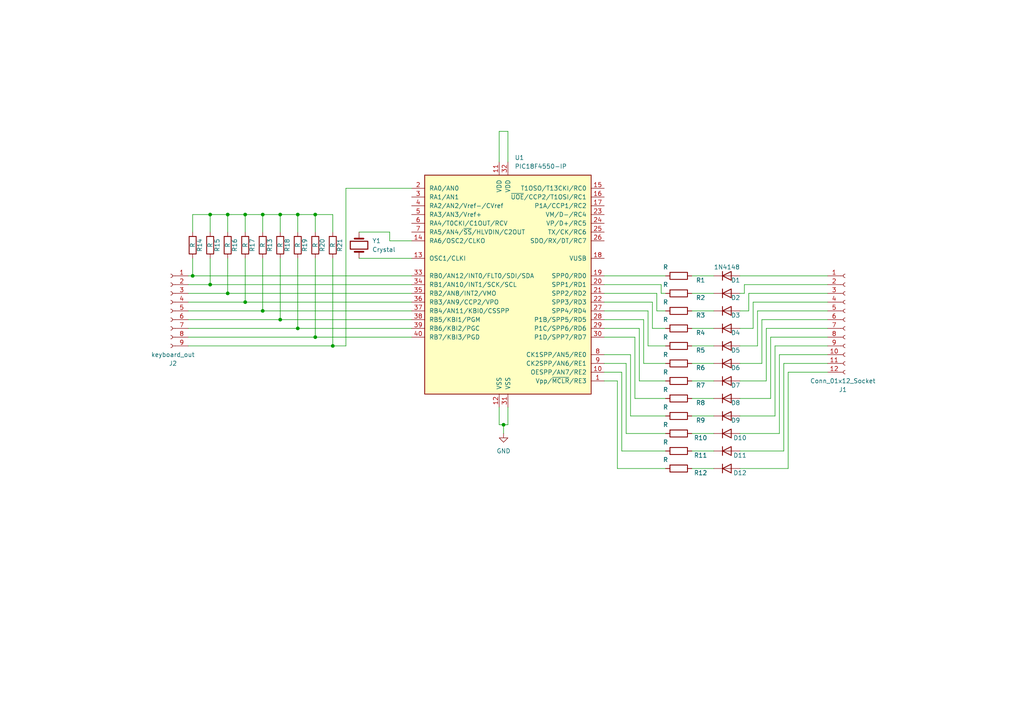
<source format=kicad_sch>
(kicad_sch (version 20230121) (generator eeschema)
  (paper "A4")
  (lib_symbols
    (symbol "Connector:Conn_01x09_Socket" (pin_names (offset 1.016) hide)
      (property "Reference" "J" (at 0 12.7 0))
      (property "Value" "Conn_01x09_Socket" (at 0 -12.7 0))
      (symbol "Conn_01x09_Socket_1_1"
        (arc (start 0 -9.652) (mid -0.5058 -10.16) (end 0 -10.668) (stroke (width 0.1524)))
        (arc (start 0 -7.112) (mid -0.5058 -7.62) (end 0 -8.128) (stroke (width 0.1524)))
        (arc (start 0 -4.572) (mid -0.5058 -5.08) (end 0 -5.588) (stroke (width 0.1524)))
        (arc (start 0 -2.032) (mid -0.5058 -2.54) (end 0 -3.048) (stroke (width 0.1524)))
        (polyline (pts (xy -1.27 -10.16) (xy -0.508 -10.16)) (stroke (width 0.1524)))
        (polyline (pts (xy -1.27 -7.62) (xy -0.508 -7.62)) (stroke (width 0.1524)))
        (polyline (pts (xy -1.27 -5.08) (xy -0.508 -5.08)) (stroke (width 0.1524)))
        (polyline (pts (xy -1.27 -2.54) (xy -0.508 -2.54)) (stroke (width 0.1524)))
        (polyline (pts (xy -1.27 0) (xy -0.508 0)) (stroke (width 0.1524)))
        (polyline (pts (xy -1.27 2.54) (xy -0.508 2.54)) (stroke (width 0.1524)))
        (polyline (pts (xy -1.27 5.08) (xy -0.508 5.08)) (stroke (width 0.1524)))
        (polyline (pts (xy -1.27 7.62) (xy -0.508 7.62)) (stroke (width 0.1524)))
        (polyline (pts (xy -1.27 10.16) (xy -0.508 10.16)) (stroke (width 0.1524)))
        (arc (start 0 0.508) (mid -0.5058 0) (end 0 -0.508) (stroke (width 0.1524)))
        (arc (start 0 3.048) (mid -0.5058 2.54) (end 0 2.032) (stroke (width 0.1524)))
        (arc (start 0 5.588) (mid -0.5058 5.08) (end 0 4.572) (stroke (width 0.1524)))
        (arc (start 0 8.128) (mid -0.5058 7.62) (end 0 7.112) (stroke (width 0.1524)))
        (arc (start 0 10.668) (mid -0.5058 10.16) (end 0 9.652) (stroke (width 0.1524)))
        (pin passive line (at -5.08 10.16 0) (length 3.81) (name "Pin_1") (number "1"))
        (pin passive line (at -5.08 7.62 0) (length 3.81) (name "Pin_2") (number "2"))
        (pin passive line (at -5.08 5.08 0) (length 3.81) (name "Pin_3") (number "3"))
        (pin passive line (at -5.08 2.54 0) (length 3.81) (name "Pin_4") (number "4"))
        (pin passive line (at -5.08 0 0) (length 3.81) (name "Pin_5") (number "5"))
        (pin passive line (at -5.08 -2.54 0) (length 3.81) (name "Pin_6") (number "6"))
        (pin passive line (at -5.08 -5.08 0) (length 3.81) (name "Pin_7") (number "7"))
        (pin passive line (at -5.08 -7.62 0) (length 3.81) (name "Pin_8") (number "8"))
        (pin passive line (at -5.08 -10.16 0) (length 3.81) (name "Pin_9") (number "9"))
      )
    )
    (symbol "Connector:Conn_01x12_Socket" (pin_names (offset 1.016) hide)
      (property "Reference" "J" (at 0 15.24 0))
      (property "Value" "Conn_01x12_Socket" (at 0 -17.78 0))
      (symbol "Conn_01x12_Socket_1_1"
        (arc (start 0 -14.732) (mid -0.5058 -15.24) (end 0 -15.748) (stroke (width 0.1524)))
        (arc (start 0 -12.192) (mid -0.5058 -12.7) (end 0 -13.208) (stroke (width 0.1524)))
        (arc (start 0 -9.652) (mid -0.5058 -10.16) (end 0 -10.668) (stroke (width 0.1524)))
        (arc (start 0 -7.112) (mid -0.5058 -7.62) (end 0 -8.128) (stroke (width 0.1524)))
        (arc (start 0 -4.572) (mid -0.5058 -5.08) (end 0 -5.588) (stroke (width 0.1524)))
        (arc (start 0 -2.032) (mid -0.5058 -2.54) (end 0 -3.048) (stroke (width 0.1524)))
        (polyline (pts (xy -1.27 -15.24) (xy -0.508 -15.24)) (stroke (width 0.1524)))
        (polyline (pts (xy -1.27 -12.7) (xy -0.508 -12.7)) (stroke (width 0.1524)))
        (polyline (pts (xy -1.27 -10.16) (xy -0.508 -10.16)) (stroke (width 0.1524)))
        (polyline (pts (xy -1.27 -7.62) (xy -0.508 -7.62)) (stroke (width 0.1524)))
        (polyline (pts (xy -1.27 -5.08) (xy -0.508 -5.08)) (stroke (width 0.1524)))
        (polyline (pts (xy -1.27 -2.54) (xy -0.508 -2.54)) (stroke (width 0.1524)))
        (polyline (pts (xy -1.27 0) (xy -0.508 0)) (stroke (width 0.1524)))
        (polyline (pts (xy -1.27 2.54) (xy -0.508 2.54)) (stroke (width 0.1524)))
        (polyline (pts (xy -1.27 5.08) (xy -0.508 5.08)) (stroke (width 0.1524)))
        (polyline (pts (xy -1.27 7.62) (xy -0.508 7.62)) (stroke (width 0.1524)))
        (polyline (pts (xy -1.27 10.16) (xy -0.508 10.16)) (stroke (width 0.1524)))
        (polyline (pts (xy -1.27 12.7) (xy -0.508 12.7)) (stroke (width 0.1524)))
        (arc (start 0 0.508) (mid -0.5058 0) (end 0 -0.508) (stroke (width 0.1524)))
        (arc (start 0 3.048) (mid -0.5058 2.54) (end 0 2.032) (stroke (width 0.1524)))
        (arc (start 0 5.588) (mid -0.5058 5.08) (end 0 4.572) (stroke (width 0.1524)))
        (arc (start 0 8.128) (mid -0.5058 7.62) (end 0 7.112) (stroke (width 0.1524)))
        (arc (start 0 10.668) (mid -0.5058 10.16) (end 0 9.652) (stroke (width 0.1524)))
        (arc (start 0 13.208) (mid -0.5058 12.7) (end 0 12.192) (stroke (width 0.1524)))
        (pin passive line (at -5.08 12.7 0) (length 3.81) (name "Pin_1") (number "1"))
        (pin passive line (at -5.08 -10.16 0) (length 3.81) (name "Pin_10") (number "10"))
        (pin passive line (at -5.08 -12.7 0) (length 3.81) (name "Pin_11") (number "11"))
        (pin passive line (at -5.08 -15.24 0) (length 3.81) (name "Pin_12") (number "12"))
        (pin passive line (at -5.08 10.16 0) (length 3.81) (name "Pin_2") (number "2"))
        (pin passive line (at -5.08 7.62 0) (length 3.81) (name "Pin_3") (number "3"))
        (pin passive line (at -5.08 5.08 0) (length 3.81) (name "Pin_4") (number "4"))
        (pin passive line (at -5.08 2.54 0) (length 3.81) (name "Pin_5") (number "5"))
        (pin passive line (at -5.08 0 0) (length 3.81) (name "Pin_6") (number "6"))
        (pin passive line (at -5.08 -2.54 0) (length 3.81) (name "Pin_7") (number "7"))
        (pin passive line (at -5.08 -5.08 0) (length 3.81) (name "Pin_8") (number "8"))
        (pin passive line (at -5.08 -7.62 0) (length 3.81) (name "Pin_9") (number "9"))
      )
    )
    (symbol "Device:Crystal" (pin_numbers hide) (pin_names (offset 1.016) hide)
      (property "Reference" "Y" (at 0 3.81 0))
      (property "Value" "Crystal" (at 0 -3.81 0))
      (symbol "Crystal_0_1"
        (rectangle (start -1.143 2.54) (end 1.143 -2.54) (stroke (width 0.3048)))
        (polyline (pts (xy -2.54 0) (xy -1.905 0)))
        (polyline (pts (xy -1.905 -1.27) (xy -1.905 1.27)) (stroke (width 0.508)))
        (polyline (pts (xy 1.905 -1.27) (xy 1.905 1.27)) (stroke (width 0.508)))
        (polyline (pts (xy 2.54 0) (xy 1.905 0)))
      )
      (symbol "Crystal_1_1"
        (pin passive line (at -3.81 0 0) (length 1.27) (name "1") (number "1"))
        (pin passive line (at 3.81 0 180) (length 1.27) (name "2") (number "2"))
      )
    )
    (symbol "Device:R" (pin_numbers hide) (pin_names (offset 0))
      (property "Reference" "R" (at 2.032 0 90))
      (property "Value" "R" (at 0 0 90))
      (symbol "R_0_1"
        (rectangle (start -1.016 -2.54) (end 1.016 2.54) (stroke (width 0.254)))
      )
      (symbol "R_1_1"
        (pin passive line (at 0 3.81 270) (length 1.27) (name "~") (number "1"))
        (pin passive line (at 0 -3.81 90) (length 1.27) (name "~") (number "2"))
      )
    )
    (symbol "Diode:1N4148" (pin_numbers hide) (pin_names hide)
      (property "Reference" "D" (at 0 2.54 0))
      (property "Value" "1N4148" (at 0 -2.54 0))
      (symbol "1N4148_0_1"
        (polyline (pts (xy -1.27 1.27) (xy -1.27 -1.27)) (stroke (width 0.254)))
        (polyline (pts (xy 1.27 0) (xy -1.27 0)))
        (polyline (pts (xy 1.27 1.27) (xy 1.27 -1.27) (xy -1.27 0) (xy 1.27 1.27)) (stroke (width 0.254)))
      )
      (symbol "1N4148_1_1"
        (pin passive line (at -3.81 0 0) (length 2.54) (name "K") (number "1"))
        (pin passive line (at 3.81 0 180) (length 2.54) (name "A") (number "2"))
      )
    )
    (symbol "MCU_Microchip_PIC18:PIC18F4550-IP" (pin_names (offset 1.27))
      (property "Reference" "U" (at -22.86 33.02 0))
      (property "Value" "PIC18F4550-IP" (at 13.97 -33.02 0))
      (symbol "PIC18F4550-IP_0_1"
        (rectangle (start -24.13 31.75) (end 24.13 -31.75) (stroke (width 0.254)) (fill (type background)))
      )
      (symbol "PIC18F4550-IP_1_1"
        (pin input line (at 27.94 -27.94 180) (length 3.81) (name "Vpp/~{MCLR}/RE3") (number "1"))
        (pin bidirectional line (at 27.94 -25.4 180) (length 3.81) (name "OESPP/AN7/RE2") (number "10"))
        (pin power_in line (at -2.54 35.56 270) (length 3.81) (name "VDD") (number "11"))
        (pin power_in line (at -2.54 -35.56 90) (length 3.81) (name "VSS") (number "12"))
        (pin input line (at -27.94 7.62 0) (length 3.81) (name "OSC1/CLKI") (number "13"))
        (pin output line (at -27.94 12.7 0) (length 3.81) (name "RA6/OSC2/CLKO") (number "14"))
        (pin bidirectional line (at 27.94 27.94 180) (length 3.81) (name "T1OSO/T13CKI/RC0") (number "15"))
        (pin bidirectional line (at 27.94 25.4 180) (length 3.81) (name "~{UOE}/CCP2/T1OSI/RC1") (number "16"))
        (pin bidirectional line (at 27.94 22.86 180) (length 3.81) (name "P1A/CCP1/RC2") (number "17"))
        (pin bidirectional line (at 27.94 7.62 180) (length 3.81) (name "VUSB") (number "18"))
        (pin bidirectional line (at 27.94 2.54 180) (length 3.81) (name "SPP0/RD0") (number "19"))
        (pin bidirectional line (at -27.94 27.94 0) (length 3.81) (name "RA0/AN0") (number "2"))
        (pin bidirectional line (at 27.94 0 180) (length 3.81) (name "SPP1/RD1") (number "20"))
        (pin bidirectional line (at 27.94 -2.54 180) (length 3.81) (name "SPP2/RD2") (number "21"))
        (pin bidirectional line (at 27.94 -5.08 180) (length 3.81) (name "SPP3/RD3") (number "22"))
        (pin bidirectional line (at 27.94 20.32 180) (length 3.81) (name "VM/D-/RC4") (number "23"))
        (pin bidirectional line (at 27.94 17.78 180) (length 3.81) (name "VP/D+/RC5") (number "24"))
        (pin bidirectional line (at 27.94 15.24 180) (length 3.81) (name "TX/CK/RC6") (number "25"))
        (pin bidirectional line (at 27.94 12.7 180) (length 3.81) (name "SDO/RX/DT/RC7") (number "26"))
        (pin bidirectional line (at 27.94 -7.62 180) (length 3.81) (name "SPP4/RD4") (number "27"))
        (pin bidirectional line (at 27.94 -10.16 180) (length 3.81) (name "P1B/SPP5/RD5") (number "28"))
        (pin bidirectional line (at 27.94 -12.7 180) (length 3.81) (name "P1C/SPP6/RD6") (number "29"))
        (pin bidirectional line (at -27.94 25.4 0) (length 3.81) (name "RA1/AN1") (number "3"))
        (pin bidirectional line (at 27.94 -15.24 180) (length 3.81) (name "P1D/SPP7/RD7") (number "30"))
        (pin power_in line (at 0 -35.56 90) (length 3.81) (name "VSS") (number "31"))
        (pin power_in line (at 0 35.56 270) (length 3.81) (name "VDD") (number "32"))
        (pin bidirectional line (at -27.94 2.54 0) (length 3.81) (name "RB0/AN12/INT0/FLT0/SDI/SDA") (number "33"))
        (pin bidirectional line (at -27.94 0 0) (length 3.81) (name "RB1/AN10/INT1/SCK/SCL") (number "34"))
        (pin bidirectional line (at -27.94 -2.54 0) (length 3.81) (name "RB2/AN8/INT2/VMO") (number "35"))
        (pin bidirectional line (at -27.94 -5.08 0) (length 3.81) (name "RB3/AN9/CCP2/VPO") (number "36"))
        (pin bidirectional line (at -27.94 -7.62 0) (length 3.81) (name "RB4/AN11/KBI0/CSSPP") (number "37"))
        (pin bidirectional line (at -27.94 -10.16 0) (length 3.81) (name "RB5/KBI1/PGM") (number "38"))
        (pin bidirectional line (at -27.94 -12.7 0) (length 3.81) (name "RB6/KBI2/PGC") (number "39"))
        (pin bidirectional line (at -27.94 22.86 0) (length 3.81) (name "RA2/AN2/Vref-/CVref") (number "4"))
        (pin bidirectional line (at -27.94 -15.24 0) (length 3.81) (name "RB7/KBI3/PGD") (number "40"))
        (pin bidirectional line (at -27.94 20.32 0) (length 3.81) (name "RA3/AN3/Vref+") (number "5"))
        (pin bidirectional line (at -27.94 17.78 0) (length 3.81) (name "RA4/T0CKI/C1OUT/RCV") (number "6"))
        (pin bidirectional line (at -27.94 15.24 0) (length 3.81) (name "RA5/AN4/~{SS}/HLVDIN/C2OUT") (number "7"))
        (pin bidirectional line (at 27.94 -20.32 180) (length 3.81) (name "CK1SPP/AN5/RE0") (number "8"))
        (pin bidirectional line (at 27.94 -22.86 180) (length 3.81) (name "CK2SPP/AN6/RE1") (number "9"))
      )
    )
    (symbol "power:GND" (power) (pin_names (offset 0))
      (property "Value" "GND" (at 0 -3.81 0))
      (symbol "GND_0_1"
        (polyline (pts (xy 0 0) (xy 0 -1.27) (xy 1.27 -1.27) (xy 0 -2.54) (xy -1.27 -1.27) (xy 0 -1.27)))
      )
      (symbol "GND_1_1"
        (pin power_in line (at 0 0 270) (length 0) hide (name "GND") (number "1"))
      )
    )
  )
  (junction (at 60.96 62.23))
  (junction (at 91.44 62.23))
  (junction (at 86.36 95.25))
  (junction (at 81.28 62.23))
  (junction (at 60.96 82.55))
  (junction (at 86.36 62.23))
  (junction (at 66.04 85.09))
  (junction (at 55.88 80.01))
  (junction (at 146.05 123.19))
  (junction (at 66.04 62.23))
  (junction (at 96.52 100.33))
  (junction (at 76.2 90.17))
  (junction (at 71.12 87.63))
  (junction (at 76.2 62.23))
  (junction (at 81.28 92.71))
  (junction (at 71.12 62.23))
  (junction (at 91.44 97.79))
  (wire (pts (xy 215.9 85.09) (xy 214.63 85.09)))
  (wire (pts (xy 207.01 115.57) (xy 200.66 115.57)))
  (wire (pts (xy 55.88 80.01) (xy 119.38 80.01)))
  (wire (pts (xy 104.14 74.93) (xy 119.38 74.93)))
  (wire (pts (xy 193.04 100.33) (xy 187.96 100.33)))
  (wire (pts (xy 175.26 80.01) (xy 193.04 80.01)))
  (wire (pts (xy 214.63 95.25) (xy 218.44 95.25)))
  (wire (pts (xy 240.03 90.17) (xy 219.71 90.17)))
  (wire (pts (xy 240.03 102.87) (xy 226.06 102.87)))
  (wire (pts (xy 219.71 90.17) (xy 219.71 100.33)))
  (wire (pts (xy 224.79 120.65) (xy 224.79 100.33)))
  (wire (pts (xy 55.88 74.93) (xy 55.88 80.01)))
  (wire (pts (xy 144.78 38.1) (xy 147.32 38.1)))
  (wire (pts (xy 207.01 125.73) (xy 200.66 125.73)))
  (wire (pts (xy 240.03 80.01) (xy 214.63 80.01)))
  (wire (pts (xy 193.04 85.09) (xy 191.77 85.09)))
  (wire (pts (xy 207.01 130.81) (xy 200.66 130.81)))
  (wire (pts (xy 193.04 105.41) (xy 186.69 105.41)))
  (wire (pts (xy 71.12 62.23) (xy 76.2 62.23)))
  (wire (pts (xy 55.88 62.23) (xy 60.96 62.23)))
  (wire (pts (xy 214.63 115.57) (xy 223.52 115.57)))
  (wire (pts (xy 193.04 135.89) (xy 179.07 135.89)))
  (wire (pts (xy 175.26 85.09) (xy 190.5 85.09)))
  (wire (pts (xy 222.25 110.49) (xy 222.25 95.25)))
  (wire (pts (xy 147.32 123.19) (xy 147.32 118.11)))
  (wire (pts (xy 226.06 125.73) (xy 226.06 102.87)))
  (wire (pts (xy 228.6 107.95) (xy 228.6 135.89)))
  (wire (pts (xy 96.52 100.33) (xy 100.33 100.33)))
  (wire (pts (xy 86.36 95.25) (xy 119.38 95.25)))
  (wire (pts (xy 207.01 100.33) (xy 200.66 100.33)))
  (wire (pts (xy 185.42 110.49) (xy 185.42 95.25)))
  (wire (pts (xy 193.04 90.17) (xy 190.5 90.17)))
  (wire (pts (xy 240.03 82.55) (xy 215.9 82.55)))
  (wire (pts (xy 113.03 67.31) (xy 113.03 69.85)))
  (wire (pts (xy 175.26 92.71) (xy 186.69 92.71)))
  (wire (pts (xy 219.71 100.33) (xy 214.63 100.33)))
  (wire (pts (xy 207.01 95.25) (xy 200.66 95.25)))
  (wire (pts (xy 54.61 80.01) (xy 55.88 80.01)))
  (wire (pts (xy 182.88 120.65) (xy 182.88 102.87)))
  (wire (pts (xy 144.78 118.11) (xy 144.78 123.19)))
  (wire (pts (xy 54.61 87.63) (xy 71.12 87.63)))
  (wire (pts (xy 71.12 87.63) (xy 119.38 87.63)))
  (wire (pts (xy 227.33 130.81) (xy 214.63 130.81)))
  (wire (pts (xy 240.03 87.63) (xy 218.44 87.63)))
  (wire (pts (xy 207.01 110.49) (xy 200.66 110.49)))
  (wire (pts (xy 191.77 85.09) (xy 191.77 82.55)))
  (wire (pts (xy 147.32 38.1) (xy 147.32 46.99)))
  (wire (pts (xy 240.03 107.95) (xy 228.6 107.95)))
  (wire (pts (xy 54.61 97.79) (xy 91.44 97.79)))
  (wire (pts (xy 214.63 125.73) (xy 226.06 125.73)))
  (wire (pts (xy 91.44 97.79) (xy 119.38 97.79)))
  (wire (pts (xy 81.28 62.23) (xy 86.36 62.23)))
  (wire (pts (xy 54.61 100.33) (xy 96.52 100.33)))
  (wire (pts (xy 55.88 67.31) (xy 55.88 62.23)))
  (wire (pts (xy 186.69 105.41) (xy 186.69 92.71)))
  (wire (pts (xy 81.28 92.71) (xy 119.38 92.71)))
  (wire (pts (xy 215.9 82.55) (xy 215.9 85.09)))
  (wire (pts (xy 214.63 105.41) (xy 220.98 105.41)))
  (wire (pts (xy 54.61 90.17) (xy 76.2 90.17)))
  (wire (pts (xy 179.07 135.89) (xy 179.07 110.49)))
  (wire (pts (xy 217.17 90.17) (xy 214.63 90.17)))
  (wire (pts (xy 60.96 82.55) (xy 60.96 74.93)))
  (wire (pts (xy 240.03 97.79) (xy 223.52 97.79)))
  (wire (pts (xy 193.04 120.65) (xy 182.88 120.65)))
  (wire (pts (xy 207.01 80.01) (xy 200.66 80.01)))
  (wire (pts (xy 223.52 115.57) (xy 223.52 97.79)))
  (wire (pts (xy 187.96 100.33) (xy 187.96 90.17)))
  (wire (pts (xy 91.44 74.93) (xy 91.44 97.79)))
  (wire (pts (xy 66.04 85.09) (xy 119.38 85.09)))
  (wire (pts (xy 76.2 62.23) (xy 76.2 67.31)))
  (wire (pts (xy 96.52 74.93) (xy 96.52 100.33)))
  (wire (pts (xy 181.61 125.73) (xy 181.61 105.41)))
  (wire (pts (xy 146.05 123.19) (xy 147.32 123.19)))
  (wire (pts (xy 54.61 95.25) (xy 86.36 95.25)))
  (wire (pts (xy 193.04 110.49) (xy 185.42 110.49)))
  (wire (pts (xy 214.63 120.65) (xy 224.79 120.65)))
  (wire (pts (xy 144.78 46.99) (xy 144.78 38.1)))
  (wire (pts (xy 81.28 92.71) (xy 81.28 74.93)))
  (wire (pts (xy 240.03 85.09) (xy 217.17 85.09)))
  (wire (pts (xy 180.34 130.81) (xy 180.34 107.95)))
  (wire (pts (xy 76.2 90.17) (xy 119.38 90.17)))
  (wire (pts (xy 60.96 82.55) (xy 119.38 82.55)))
  (wire (pts (xy 81.28 62.23) (xy 81.28 67.31)))
  (wire (pts (xy 184.15 115.57) (xy 184.15 97.79)))
  (wire (pts (xy 144.78 123.19) (xy 146.05 123.19)))
  (wire (pts (xy 54.61 85.09) (xy 66.04 85.09)))
  (wire (pts (xy 175.26 87.63) (xy 189.23 87.63)))
  (wire (pts (xy 175.26 95.25) (xy 185.42 95.25)))
  (wire (pts (xy 175.26 82.55) (xy 191.77 82.55)))
  (wire (pts (xy 86.36 74.93) (xy 86.36 95.25)))
  (wire (pts (xy 76.2 62.23) (xy 81.28 62.23)))
  (wire (pts (xy 60.96 62.23) (xy 66.04 62.23)))
  (wire (pts (xy 193.04 95.25) (xy 189.23 95.25)))
  (wire (pts (xy 207.01 120.65) (xy 200.66 120.65)))
  (wire (pts (xy 222.25 110.49) (xy 214.63 110.49)))
  (wire (pts (xy 217.17 85.09) (xy 217.17 90.17)))
  (wire (pts (xy 240.03 92.71) (xy 220.98 92.71)))
  (wire (pts (xy 100.33 54.61) (xy 100.33 100.33)))
  (wire (pts (xy 175.26 110.49) (xy 179.07 110.49)))
  (wire (pts (xy 71.12 87.63) (xy 71.12 74.93)))
  (wire (pts (xy 207.01 85.09) (xy 200.66 85.09)))
  (wire (pts (xy 113.03 69.85) (xy 119.38 69.85)))
  (wire (pts (xy 175.26 97.79) (xy 184.15 97.79)))
  (wire (pts (xy 228.6 135.89) (xy 214.63 135.89)))
  (wire (pts (xy 189.23 95.25) (xy 189.23 87.63)))
  (wire (pts (xy 220.98 105.41) (xy 220.98 92.71)))
  (wire (pts (xy 60.96 62.23) (xy 60.96 67.31)))
  (wire (pts (xy 175.26 105.41) (xy 181.61 105.41)))
  (wire (pts (xy 119.38 54.61) (xy 100.33 54.61)))
  (wire (pts (xy 175.26 107.95) (xy 180.34 107.95)))
  (wire (pts (xy 66.04 62.23) (xy 66.04 67.31)))
  (wire (pts (xy 193.04 125.73) (xy 181.61 125.73)))
  (wire (pts (xy 54.61 82.55) (xy 60.96 82.55)))
  (wire (pts (xy 175.26 90.17) (xy 187.96 90.17)))
  (wire (pts (xy 227.33 105.41) (xy 227.33 130.81)))
  (wire (pts (xy 91.44 62.23) (xy 96.52 62.23)))
  (wire (pts (xy 190.5 90.17) (xy 190.5 85.09)))
  (wire (pts (xy 71.12 62.23) (xy 71.12 67.31)))
  (wire (pts (xy 91.44 62.23) (xy 91.44 67.31)))
  (wire (pts (xy 66.04 62.23) (xy 71.12 62.23)))
  (wire (pts (xy 175.26 102.87) (xy 182.88 102.87)))
  (wire (pts (xy 146.05 123.19) (xy 146.05 125.73)))
  (wire (pts (xy 218.44 95.25) (xy 218.44 87.63)))
  (wire (pts (xy 86.36 62.23) (xy 91.44 62.23)))
  (wire (pts (xy 207.01 135.89) (xy 200.66 135.89)))
  (wire (pts (xy 207.01 105.41) (xy 200.66 105.41)))
  (wire (pts (xy 96.52 62.23) (xy 96.52 67.31)))
  (wire (pts (xy 76.2 90.17) (xy 76.2 74.93)))
  (wire (pts (xy 54.61 92.71) (xy 81.28 92.71)))
  (wire (pts (xy 240.03 100.33) (xy 224.79 100.33)))
  (wire (pts (xy 104.14 67.31) (xy 113.03 67.31)))
  (wire (pts (xy 193.04 130.81) (xy 180.34 130.81)))
  (wire (pts (xy 193.04 115.57) (xy 184.15 115.57)))
  (wire (pts (xy 66.04 74.93) (xy 66.04 85.09)))
  (wire (pts (xy 86.36 62.23) (xy 86.36 67.31)))
  (wire (pts (xy 240.03 95.25) (xy 222.25 95.25)))
  (wire (pts (xy 207.01 90.17) (xy 200.66 90.17)))
  (wire (pts (xy 240.03 105.41) (xy 227.33 105.41)))
  (symbol (lib_id "Device:R") (at 196.85 80.01 270) (mirror x) (unit 1)
    (property "Reference" "R1" (at 203.2 81.28 90))
    (property "Value" "R" (at 193.04 77.47 90))
  )
  (symbol (lib_id "Device:R") (at 91.44 71.12 0) (unit 1)
    (property "Reference" "R20" (at 93.472 71.12 90))
    (property "Value" "R" (at 91.44 71.12 90))
  )
  (symbol (lib_id "Device:R") (at 60.96 71.12 0) (unit 1)
    (property "Reference" "R15" (at 62.992 71.12 90))
    (property "Value" "R" (at 60.96 71.12 90))
  )
  (symbol (lib_id "Diode:1N4148") (at 210.82 115.57 0) (mirror x) (unit 1)
    (property "Reference" "D8" (at 213.36 116.84 0))
    (property "Value" "1N4148" (effects hide))
    (property "Footprint" "Diode_THT:D_DO-35_SOD27_P7.62mm_Horizontal" (effects hide))
    (property "Datasheet" "https://assets.nexperia.com/documents/data-sheet/1N4148_1N4448.pdf" (effects hide))
    (property "Sim.Device" "D" (effects hide))
    (property "Sim.Pins" "1=K 2=A" (effects hide))
  )
  (symbol (lib_id "Device:R") (at 196.85 95.25 270) (mirror x) (unit 1)
    (property "Reference" "R4" (at 203.2 96.52 90))
    (property "Value" "R" (at 193.04 92.71 90))
  )
  (symbol (lib_id "Device:R") (at 76.2 71.12 0) (unit 1)
    (property "Reference" "R13" (at 78.232 71.12 90))
    (property "Value" "R" (at 76.2 71.12 90))
  )
  (symbol (lib_id "power:GND") (at 146.05 125.73 0) (unit 1)
    (property "Reference" "#PWR01" (effects hide))
    (property "Value" "GND" (at 146.05 130.81 0))
  )
  (symbol (lib_id "Diode:1N4148") (at 210.82 85.09 0) (mirror x) (unit 1)
    (property "Reference" "D2" (at 213.36 86.36 0))
    (property "Value" "1N4148" (effects hide))
    (property "Footprint" "Diode_THT:D_DO-35_SOD27_P7.62mm_Horizontal" (effects hide))
    (property "Datasheet" "https://assets.nexperia.com/documents/data-sheet/1N4148_1N4448.pdf" (effects hide))
    (property "Sim.Device" "D" (effects hide))
    (property "Sim.Pins" "1=K 2=A" (effects hide))
  )
  (symbol (lib_id "Device:R") (at 71.12 71.12 0) (unit 1)
    (property "Reference" "R17" (at 73.152 71.12 90))
    (property "Value" "R" (at 71.12 71.12 90))
  )
  (symbol (lib_id "Connector:Conn_01x09_Socket") (at 49.53 90.17 0) (mirror y) (unit 1)
    (property "Reference" "J2" (at 50.165 105.41 0))
    (property "Value" "keyboard_out" (at 50.165 102.87 0))
  )
  (symbol (lib_id "Device:R") (at 196.85 135.89 270) (mirror x) (unit 1)
    (property "Reference" "R12" (at 203.2 137.16 90))
    (property "Value" "R" (at 193.04 133.35 90))
  )
  (symbol (lib_id "Device:R") (at 96.52 71.12 0) (unit 1)
    (property "Reference" "R21" (at 98.552 71.12 90))
    (property "Value" "R" (at 96.52 71.12 90))
  )
  (symbol (lib_id "MCU_Microchip_PIC18:PIC18F4550-IP") (at 147.32 82.55 0) (unit 1)
    (property "Reference" "U1" (at 149.2759 45.72 0) (effects (justify left)))
    (property "Value" "PIC18F4550-IP" (at 149.2759 48.26 0) (effects (justify left)))
    (property "Footprint" "Package_DIP:DIP-40_W15.24mm" (effects hide))
    (property "Datasheet" "http://ww1.microchip.com/downloads/en/DeviceDoc/39760d.pdf" (effects hide))
  )
  (symbol (lib_id "Diode:1N4148") (at 210.82 95.25 0) (mirror x) (unit 1)
    (property "Reference" "D4" (at 213.36 96.52 0))
    (property "Value" "1N4148" (effects hide))
    (property "Footprint" "Diode_THT:D_DO-35_SOD27_P7.62mm_Horizontal" (effects hide))
    (property "Datasheet" "https://assets.nexperia.com/documents/data-sheet/1N4148_1N4448.pdf" (effects hide))
    (property "Sim.Device" "D" (effects hide))
    (property "Sim.Pins" "1=K 2=A" (effects hide))
  )
  (symbol (lib_id "Device:R") (at 196.85 100.33 270) (mirror x) (unit 1)
    (property "Reference" "R5" (at 203.2 101.6 90))
    (property "Value" "R" (at 193.04 97.79 90))
  )
  (symbol (lib_id "Device:Crystal") (at 104.14 71.12 90) (unit 1)
    (property "Reference" "Y1" (at 107.95 69.85 90) (effects (justify right)))
    (property "Value" "Crystal" (at 107.95 72.39 90) (effects (justify right)))
  )
  (symbol (lib_id "Diode:1N4148") (at 210.82 110.49 0) (mirror x) (unit 1)
    (property "Reference" "D7" (at 213.36 111.76 0))
    (property "Value" "1N4148" (effects hide))
    (property "Footprint" "Diode_THT:D_DO-35_SOD27_P7.62mm_Horizontal" (effects hide))
    (property "Datasheet" "https://assets.nexperia.com/documents/data-sheet/1N4148_1N4448.pdf" (effects hide))
    (property "Sim.Device" "D" (effects hide))
    (property "Sim.Pins" "1=K 2=A" (effects hide))
  )
  (symbol (lib_id "Diode:1N4148") (at 210.82 135.89 0) (mirror x) (unit 1)
    (property "Reference" "D12" (at 214.63 137.16 0))
    (property "Value" "1N4148" (effects hide))
    (property "Footprint" "Diode_THT:D_DO-35_SOD27_P7.62mm_Horizontal" (effects hide))
    (property "Datasheet" "https://assets.nexperia.com/documents/data-sheet/1N4148_1N4448.pdf" (effects hide))
    (property "Sim.Device" "D" (effects hide))
    (property "Sim.Pins" "1=K 2=A" (effects hide))
  )
  (symbol (lib_id "Device:R") (at 55.88 71.12 0) (unit 1)
    (property "Reference" "R14" (at 57.912 71.12 90))
    (property "Value" "R" (at 55.88 71.12 90))
  )
  (symbol (lib_id "Diode:1N4148") (at 210.82 80.01 0) (mirror x) (unit 1)
    (property "Reference" "D1" (at 213.36 81.28 0))
    (property "Value" "1N4148" (at 210.82 77.47 0))
    (property "Footprint" "Diode_THT:D_DO-35_SOD27_P7.62mm_Horizontal" (effects hide))
    (property "Datasheet" "https://assets.nexperia.com/documents/data-sheet/1N4148_1N4448.pdf" (effects hide))
    (property "Sim.Device" "D" (effects hide))
    (property "Sim.Pins" "1=K 2=A" (effects hide))
  )
  (symbol (lib_id "Device:R") (at 196.85 105.41 270) (mirror x) (unit 1)
    (property "Reference" "R6" (at 203.2 106.68 90))
    (property "Value" "R" (at 193.04 102.87 90))
  )
  (symbol (lib_id "Device:R") (at 66.04 71.12 0) (unit 1)
    (property "Reference" "R16" (at 68.072 71.12 90))
    (property "Value" "R" (at 66.04 71.12 90))
  )
  (symbol (lib_id "Device:R") (at 196.85 125.73 270) (mirror x) (unit 1)
    (property "Reference" "R10" (at 203.2 127 90))
    (property "Value" "R" (at 193.04 123.19 90))
  )
  (symbol (lib_id "Diode:1N4148") (at 210.82 120.65 0) (mirror x) (unit 1)
    (property "Reference" "D9" (at 213.36 121.92 0))
    (property "Value" "1N4148" (effects hide))
    (property "Footprint" "Diode_THT:D_DO-35_SOD27_P7.62mm_Horizontal" (effects hide))
    (property "Datasheet" "https://assets.nexperia.com/documents/data-sheet/1N4148_1N4448.pdf" (effects hide))
    (property "Sim.Device" "D" (effects hide))
    (property "Sim.Pins" "1=K 2=A" (effects hide))
  )
  (symbol (lib_id "Diode:1N4148") (at 210.82 90.17 0) (mirror x) (unit 1)
    (property "Reference" "D3" (at 213.36 91.44 0))
    (property "Value" "1N4148" (effects hide))
    (property "Footprint" "Diode_THT:D_DO-35_SOD27_P7.62mm_Horizontal" (effects hide))
    (property "Datasheet" "https://assets.nexperia.com/documents/data-sheet/1N4148_1N4448.pdf" (effects hide))
    (property "Sim.Device" "D" (effects hide))
    (property "Sim.Pins" "1=K 2=A" (effects hide))
  )
  (symbol (lib_id "Device:R") (at 196.85 110.49 270) (mirror x) (unit 1)
    (property "Reference" "R7" (at 203.2 111.76 90))
    (property "Value" "R" (at 193.04 107.95 90))
  )
  (symbol (lib_id "Device:R") (at 196.85 115.57 270) (mirror x) (unit 1)
    (property "Reference" "R8" (at 203.2 116.84 90))
    (property "Value" "R" (at 193.04 113.03 90))
  )
  (symbol (lib_id "Connector:Conn_01x12_Socket") (at 245.11 92.71 0) (unit 1)
    (property "Reference" "J1" (at 244.475 113.03 0))
    (property "Value" "Conn_01x12_Socket" (at 244.475 110.49 0))
  )
  (symbol (lib_id "Diode:1N4148") (at 210.82 130.81 0) (mirror x) (unit 1)
    (property "Reference" "D11" (at 214.63 132.08 0))
    (property "Value" "1N4148" (effects hide))
    (property "Footprint" "Diode_THT:D_DO-35_SOD27_P7.62mm_Horizontal" (effects hide))
    (property "Datasheet" "https://assets.nexperia.com/documents/data-sheet/1N4148_1N4448.pdf" (effects hide))
    (property "Sim.Device" "D" (effects hide))
    (property "Sim.Pins" "1=K 2=A" (effects hide))
  )
  (symbol (lib_id "Device:R") (at 196.85 85.09 270) (mirror x) (unit 1)
    (property "Reference" "R2" (at 203.2 86.36 90))
    (property "Value" "R" (at 193.04 82.55 90))
  )
  (symbol (lib_id "Diode:1N4148") (at 210.82 100.33 0) (mirror x) (unit 1)
    (property "Reference" "D5" (at 213.36 101.6 0))
    (property "Value" "1N4148" (effects hide))
    (property "Footprint" "Diode_THT:D_DO-35_SOD27_P7.62mm_Horizontal" (effects hide))
    (property "Datasheet" "https://assets.nexperia.com/documents/data-sheet/1N4148_1N4448.pdf" (effects hide))
    (property "Sim.Device" "D" (effects hide))
    (property "Sim.Pins" "1=K 2=A" (effects hide))
  )
  (symbol (lib_id "Device:R") (at 196.85 130.81 270) (mirror x) (unit 1)
    (property "Reference" "R11" (at 203.2 132.08 90))
    (property "Value" "R" (at 193.04 128.27 90))
  )
  (symbol (lib_id "Device:R") (at 86.36 71.12 0) (unit 1)
    (property "Reference" "R19" (at 88.392 71.12 90))
    (property "Value" "R" (at 86.36 71.12 90))
  )
  (symbol (lib_id "Diode:1N4148") (at 210.82 125.73 0) (mirror x) (unit 1)
    (property "Reference" "D10" (at 214.63 127 0))
    (property "Value" "1N4148" (effects hide))
    (property "Footprint" "Diode_THT:D_DO-35_SOD27_P7.62mm_Horizontal" (effects hide))
    (property "Datasheet" "https://assets.nexperia.com/documents/data-sheet/1N4148_1N4448.pdf" (effects hide))
    (property "Sim.Device" "D" (effects hide))
    (property "Sim.Pins" "1=K 2=A" (effects hide))
  )
  (symbol (lib_id "Device:R") (at 196.85 90.17 270) (mirror x) (unit 1)
    (property "Reference" "R3" (at 203.2 91.44 90))
    (property "Value" "R" (at 193.04 87.63 90))
  )
  (symbol (lib_id "Diode:1N4148") (at 210.82 105.41 0) (mirror x) (unit 1)
    (property "Reference" "D6" (at 213.36 106.68 0))
    (property "Value" "1N4148" (effects hide))
    (property "Footprint" "Diode_THT:D_DO-35_SOD27_P7.62mm_Horizontal" (effects hide))
    (property "Datasheet" "https://assets.nexperia.com/documents/data-sheet/1N4148_1N4448.pdf" (effects hide))
    (property "Sim.Device" "D" (effects hide))
    (property "Sim.Pins" "1=K 2=A" (effects hide))
  )
  (symbol (lib_id "Device:R") (at 196.85 120.65 270) (mirror x) (unit 1)
    (property "Reference" "R9" (at 203.2 121.92 90))
    (property "Value" "R" (at 193.04 118.11 90))
  )
  (symbol (lib_id "Device:R") (at 81.28 71.12 0) (unit 1)
    (property "Reference" "R18" (at 83.312 71.12 90))
    (property "Value" "R" (at 81.28 71.12 90))
  )
)
</source>
